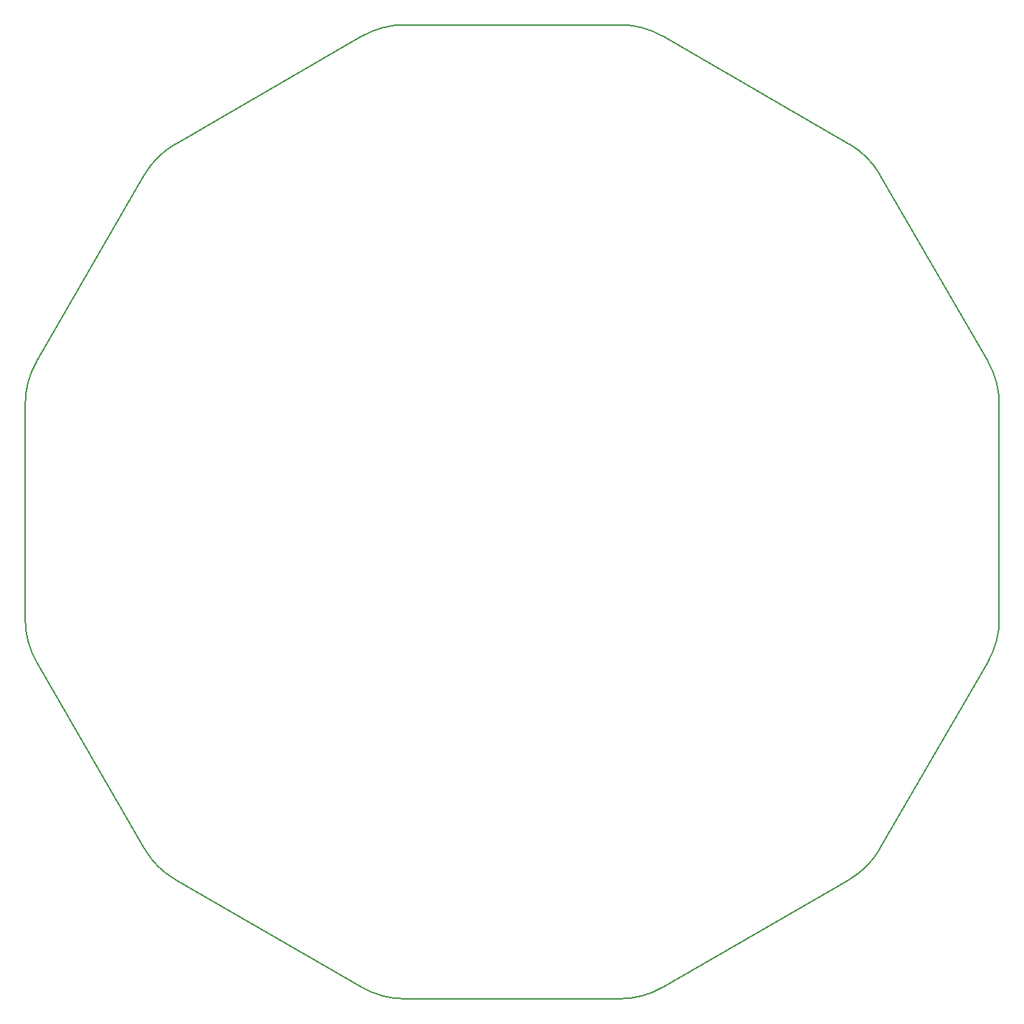
<source format=gm1>
%TF.GenerationSoftware,KiCad,Pcbnew,(5.1.12)-1*%
%TF.CreationDate,2021-12-15T00:56:12-05:00*%
%TF.ProjectId,P2_PowerSystem,50325f50-6f77-4657-9253-797374656d2e,rev?*%
%TF.SameCoordinates,Original*%
%TF.FileFunction,Profile,NP*%
%FSLAX46Y46*%
G04 Gerber Fmt 4.6, Leading zero omitted, Abs format (unit mm)*
G04 Created by KiCad (PCBNEW (5.1.12)-1) date 2021-12-15 00:56:12*
%MOMM*%
%LPD*%
G01*
G04 APERTURE LIST*
%TA.AperFunction,Profile*%
%ADD10C,0.200000*%
%TD*%
G04 APERTURE END LIST*
D10*
X237437586Y-176302254D02*
X259482413Y-163574667D01*
X237437586Y-176302254D02*
G75*
G02*
X232437586Y-177642000I-5000000J8660254D01*
G01*
X206982414Y-177642000D02*
X232437586Y-177642000D01*
X206982414Y-177642000D02*
G75*
G02*
X201982414Y-176302254I0J10000000D01*
G01*
X179937587Y-163574667D02*
X201982414Y-176302254D01*
X179937587Y-163574667D02*
G75*
G02*
X176277333Y-159914413I5000000J8660254D01*
G01*
X163549746Y-137869586D02*
X176277333Y-159914413D01*
X163549746Y-137869586D02*
G75*
G02*
X162210000Y-132869586I8660254J5000000D01*
G01*
X162210000Y-107414414D02*
X162210000Y-132869586D01*
X162210000Y-107414414D02*
G75*
G02*
X163549746Y-102414414I10000000J0D01*
G01*
X176277333Y-80369587D02*
X163549746Y-102414414D01*
X176277333Y-80369587D02*
G75*
G02*
X179937587Y-76709333I8660254J-5000000D01*
G01*
X201982414Y-63981746D02*
X179937587Y-76709333D01*
X201982415Y-63981747D02*
G75*
G02*
X206982414Y-62642001I4999999J-8660253D01*
G01*
X232437586Y-62642000D02*
X206982414Y-62642000D01*
X232437586Y-62642000D02*
G75*
G02*
X237437586Y-63981746I0J-10000000D01*
G01*
X259482413Y-76709333D02*
X237437586Y-63981746D01*
X259482413Y-76709333D02*
G75*
G02*
X263142667Y-80369587I-5000000J-8660254D01*
G01*
X275870254Y-102414414D02*
X263142667Y-80369587D01*
X275870254Y-102414414D02*
G75*
G02*
X277210000Y-107414414I-8660254J-5000000D01*
G01*
X277210000Y-132869586D02*
X277210000Y-107414414D01*
X277210000Y-132869586D02*
G75*
G02*
X275870254Y-137869586I-10000000J0D01*
G01*
X263142667Y-159914413D02*
X275870254Y-137869586D01*
X263142667Y-159914413D02*
G75*
G02*
X259482413Y-163574667I-8660254J5000000D01*
G01*
M02*

</source>
